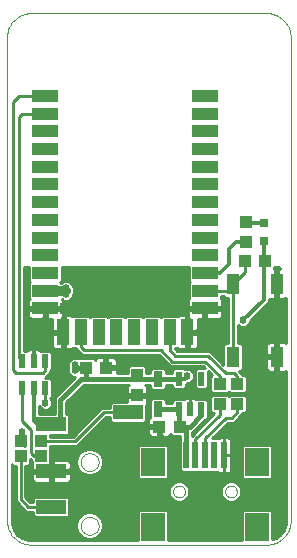
<source format=gtl>
G75*
G70*
%OFA0B0*%
%FSLAX24Y24*%
%IPPOS*%
%LPD*%
%AMOC8*
5,1,8,0,0,1.08239X$1,22.5*
%
%ADD10C,0.0000*%
%ADD11R,0.0433X0.0394*%
%ADD12R,0.0315X0.0315*%
%ADD13R,0.0433X0.0709*%
%ADD14R,0.0236X0.0472*%
%ADD15R,0.0984X0.0472*%
%ADD16R,0.0394X0.0433*%
%ADD17R,0.0860X0.0420*%
%ADD18R,0.0420X0.0860*%
%ADD19R,0.0787X0.0945*%
%ADD20R,0.0197X0.0909*%
%ADD21R,0.0217X0.0472*%
%ADD22R,0.0315X0.0531*%
%ADD23C,0.0100*%
%ADD24C,0.0246*%
%ADD25C,0.0160*%
%ADD26C,0.0120*%
%ADD27C,0.0320*%
D10*
X000944Y000912D02*
X008818Y000912D01*
X008818Y000913D02*
X008872Y000915D01*
X008925Y000920D01*
X008978Y000929D01*
X009030Y000942D01*
X009082Y000958D01*
X009132Y000978D01*
X009180Y001001D01*
X009227Y001028D01*
X009272Y001057D01*
X009315Y001090D01*
X009355Y001125D01*
X009393Y001163D01*
X009428Y001203D01*
X009461Y001246D01*
X009490Y001291D01*
X009517Y001338D01*
X009540Y001386D01*
X009560Y001436D01*
X009576Y001488D01*
X009589Y001540D01*
X009598Y001593D01*
X009603Y001646D01*
X009605Y001700D01*
X009605Y017842D01*
X009603Y017896D01*
X009598Y017949D01*
X009589Y018002D01*
X009576Y018054D01*
X009560Y018106D01*
X009540Y018156D01*
X009517Y018204D01*
X009490Y018251D01*
X009461Y018296D01*
X009428Y018339D01*
X009393Y018379D01*
X009355Y018417D01*
X009315Y018452D01*
X009272Y018485D01*
X009227Y018514D01*
X009180Y018541D01*
X009132Y018564D01*
X009082Y018584D01*
X009030Y018600D01*
X008978Y018613D01*
X008925Y018622D01*
X008872Y018627D01*
X008818Y018629D01*
X000944Y018629D01*
X000890Y018627D01*
X000837Y018622D01*
X000784Y018613D01*
X000732Y018600D01*
X000680Y018584D01*
X000630Y018564D01*
X000582Y018541D01*
X000535Y018514D01*
X000490Y018485D01*
X000447Y018452D01*
X000407Y018417D01*
X000369Y018379D01*
X000334Y018339D01*
X000301Y018296D01*
X000272Y018251D01*
X000245Y018204D01*
X000222Y018156D01*
X000202Y018106D01*
X000186Y018054D01*
X000173Y018002D01*
X000164Y017949D01*
X000159Y017896D01*
X000157Y017842D01*
X000156Y017842D02*
X000156Y001700D01*
X000157Y001700D02*
X000159Y001646D01*
X000164Y001593D01*
X000173Y001540D01*
X000186Y001488D01*
X000202Y001436D01*
X000222Y001386D01*
X000245Y001338D01*
X000272Y001291D01*
X000301Y001246D01*
X000334Y001203D01*
X000369Y001163D01*
X000407Y001125D01*
X000447Y001090D01*
X000490Y001057D01*
X000535Y001028D01*
X000582Y001001D01*
X000630Y000978D01*
X000680Y000958D01*
X000732Y000942D01*
X000784Y000929D01*
X000837Y000920D01*
X000890Y000915D01*
X000944Y000913D01*
X002617Y001542D02*
X002619Y001576D01*
X002625Y001610D01*
X002635Y001643D01*
X002648Y001674D01*
X002666Y001704D01*
X002686Y001732D01*
X002710Y001757D01*
X002736Y001779D01*
X002764Y001797D01*
X002795Y001813D01*
X002827Y001825D01*
X002861Y001833D01*
X002895Y001837D01*
X002929Y001837D01*
X002963Y001833D01*
X002997Y001825D01*
X003029Y001813D01*
X003059Y001797D01*
X003088Y001779D01*
X003114Y001757D01*
X003138Y001732D01*
X003158Y001704D01*
X003176Y001674D01*
X003189Y001643D01*
X003199Y001610D01*
X003205Y001576D01*
X003207Y001542D01*
X003205Y001508D01*
X003199Y001474D01*
X003189Y001441D01*
X003176Y001410D01*
X003158Y001380D01*
X003138Y001352D01*
X003114Y001327D01*
X003088Y001305D01*
X003060Y001287D01*
X003029Y001271D01*
X002997Y001259D01*
X002963Y001251D01*
X002929Y001247D01*
X002895Y001247D01*
X002861Y001251D01*
X002827Y001259D01*
X002795Y001271D01*
X002764Y001287D01*
X002736Y001305D01*
X002710Y001327D01*
X002686Y001352D01*
X002666Y001380D01*
X002648Y001410D01*
X002635Y001441D01*
X002625Y001474D01*
X002619Y001508D01*
X002617Y001542D01*
X002617Y003668D02*
X002619Y003702D01*
X002625Y003736D01*
X002635Y003769D01*
X002648Y003800D01*
X002666Y003830D01*
X002686Y003858D01*
X002710Y003883D01*
X002736Y003905D01*
X002764Y003923D01*
X002795Y003939D01*
X002827Y003951D01*
X002861Y003959D01*
X002895Y003963D01*
X002929Y003963D01*
X002963Y003959D01*
X002997Y003951D01*
X003029Y003939D01*
X003059Y003923D01*
X003088Y003905D01*
X003114Y003883D01*
X003138Y003858D01*
X003158Y003830D01*
X003176Y003800D01*
X003189Y003769D01*
X003199Y003736D01*
X003205Y003702D01*
X003207Y003668D01*
X003205Y003634D01*
X003199Y003600D01*
X003189Y003567D01*
X003176Y003536D01*
X003158Y003506D01*
X003138Y003478D01*
X003114Y003453D01*
X003088Y003431D01*
X003060Y003413D01*
X003029Y003397D01*
X002997Y003385D01*
X002963Y003377D01*
X002929Y003373D01*
X002895Y003373D01*
X002861Y003377D01*
X002827Y003385D01*
X002795Y003397D01*
X002764Y003413D01*
X002736Y003431D01*
X002710Y003453D01*
X002686Y003478D01*
X002666Y003506D01*
X002648Y003536D01*
X002635Y003567D01*
X002625Y003600D01*
X002619Y003634D01*
X002617Y003668D01*
X005688Y002684D02*
X005690Y002711D01*
X005696Y002738D01*
X005705Y002764D01*
X005718Y002788D01*
X005734Y002811D01*
X005753Y002830D01*
X005775Y002847D01*
X005799Y002861D01*
X005824Y002871D01*
X005851Y002878D01*
X005878Y002881D01*
X005906Y002880D01*
X005933Y002875D01*
X005959Y002867D01*
X005983Y002855D01*
X006006Y002839D01*
X006027Y002821D01*
X006044Y002800D01*
X006059Y002776D01*
X006070Y002751D01*
X006078Y002725D01*
X006082Y002698D01*
X006082Y002670D01*
X006078Y002643D01*
X006070Y002617D01*
X006059Y002592D01*
X006044Y002568D01*
X006027Y002547D01*
X006006Y002529D01*
X005984Y002513D01*
X005959Y002501D01*
X005933Y002493D01*
X005906Y002488D01*
X005878Y002487D01*
X005851Y002490D01*
X005824Y002497D01*
X005799Y002507D01*
X005775Y002521D01*
X005753Y002538D01*
X005734Y002557D01*
X005718Y002580D01*
X005705Y002604D01*
X005696Y002630D01*
X005690Y002657D01*
X005688Y002684D01*
X007420Y002684D02*
X007422Y002711D01*
X007428Y002738D01*
X007437Y002764D01*
X007450Y002788D01*
X007466Y002811D01*
X007485Y002830D01*
X007507Y002847D01*
X007531Y002861D01*
X007556Y002871D01*
X007583Y002878D01*
X007610Y002881D01*
X007638Y002880D01*
X007665Y002875D01*
X007691Y002867D01*
X007715Y002855D01*
X007738Y002839D01*
X007759Y002821D01*
X007776Y002800D01*
X007791Y002776D01*
X007802Y002751D01*
X007810Y002725D01*
X007814Y002698D01*
X007814Y002670D01*
X007810Y002643D01*
X007802Y002617D01*
X007791Y002592D01*
X007776Y002568D01*
X007759Y002547D01*
X007738Y002529D01*
X007716Y002513D01*
X007691Y002501D01*
X007665Y002493D01*
X007638Y002488D01*
X007610Y002487D01*
X007583Y002490D01*
X007556Y002497D01*
X007531Y002507D01*
X007507Y002521D01*
X007485Y002538D01*
X007466Y002557D01*
X007450Y002580D01*
X007437Y002604D01*
X007428Y002630D01*
X007422Y002657D01*
X007420Y002684D01*
D11*
X007243Y005597D03*
X007243Y006267D03*
X007833Y006267D03*
X007833Y005597D03*
X005904Y004849D03*
X005235Y004849D03*
X003444Y006818D03*
X002774Y006818D03*
X008129Y011011D03*
X008129Y011680D03*
D12*
X008719Y011641D03*
X008719Y011050D03*
D13*
X009152Y009613D03*
X009152Y007172D03*
X007696Y007172D03*
X007696Y009613D03*
D14*
X001416Y007034D03*
X001042Y007034D03*
X000668Y007034D03*
X000668Y006129D03*
X001042Y006129D03*
X001416Y006129D03*
D15*
X001633Y004928D03*
X001633Y003353D03*
X001633Y002172D03*
X004192Y005322D03*
D16*
X004487Y005893D03*
X004487Y006562D03*
X001278Y004357D03*
X001278Y003865D03*
X000609Y003865D03*
X000609Y004357D03*
X008089Y010361D03*
X008759Y010361D03*
D17*
X006751Y010558D03*
X006751Y009968D03*
X006751Y009377D03*
X006751Y008786D03*
X006751Y011149D03*
X006751Y011739D03*
X006751Y012330D03*
X006751Y012920D03*
X006751Y013511D03*
X006751Y014101D03*
X006751Y014692D03*
X006751Y015282D03*
X006751Y015873D03*
X001436Y015873D03*
X001436Y015282D03*
X001436Y014692D03*
X001436Y014101D03*
X001436Y013511D03*
X001436Y012920D03*
X001436Y012330D03*
X001436Y011739D03*
X001436Y011149D03*
X001436Y010558D03*
X001436Y009968D03*
X001436Y009377D03*
X001436Y008786D03*
D18*
X002026Y007999D03*
X002617Y007999D03*
X003207Y007999D03*
X003798Y007999D03*
X004389Y007999D03*
X004979Y007999D03*
X005570Y007999D03*
X006160Y007999D03*
D19*
X005019Y003668D03*
X005019Y001503D03*
X008483Y001503D03*
X008483Y003668D03*
D20*
X007381Y003890D03*
X007066Y003890D03*
X006751Y003890D03*
X006436Y003890D03*
X006121Y003890D03*
D21*
X006259Y005420D03*
X006633Y005420D03*
X006633Y006444D03*
X005885Y006444D03*
X005885Y005420D03*
D22*
X005176Y005432D03*
X005176Y006432D03*
D23*
X000654Y001132D02*
X000493Y001249D01*
X000376Y001410D01*
X000314Y001600D01*
X000306Y001700D01*
X000306Y003599D01*
X000367Y003539D01*
X000449Y003539D01*
X000449Y002362D01*
X000543Y002268D01*
X000799Y002012D01*
X001031Y002012D01*
X001031Y001890D01*
X001095Y001826D01*
X002170Y001826D01*
X002235Y001890D01*
X002235Y002454D01*
X002170Y002518D01*
X001095Y002518D01*
X001031Y002454D01*
X001031Y002332D01*
X000931Y002332D01*
X000769Y002494D01*
X000769Y003539D01*
X000851Y003539D01*
X000916Y003603D01*
X000916Y003765D01*
X000971Y003710D01*
X000971Y003603D01*
X000991Y003584D01*
X000991Y003403D01*
X001583Y003403D01*
X001583Y003303D01*
X001683Y003303D01*
X001683Y003403D01*
X002275Y003403D01*
X002275Y003609D01*
X002265Y003647D01*
X002245Y003682D01*
X002217Y003710D01*
X002183Y003729D01*
X002145Y003740D01*
X001683Y003740D01*
X001683Y003403D01*
X001583Y003403D01*
X001583Y003601D01*
X001585Y003603D01*
X001585Y004197D01*
X002486Y004197D01*
X003451Y005162D01*
X003590Y005162D01*
X003590Y005040D01*
X003654Y004976D01*
X004729Y004976D01*
X004794Y005040D01*
X004794Y005574D01*
X004804Y005584D01*
X004824Y005618D01*
X004834Y005656D01*
X004834Y005844D01*
X004535Y005844D01*
X004535Y005941D01*
X004834Y005941D01*
X004834Y006129D01*
X004824Y006167D01*
X004804Y006201D01*
X004776Y006229D01*
X004754Y006242D01*
X004909Y006242D01*
X004909Y006121D01*
X004973Y006056D01*
X005379Y006056D01*
X005443Y006121D01*
X005443Y006242D01*
X005666Y006242D01*
X005666Y006162D01*
X005731Y006098D01*
X006038Y006098D01*
X006103Y006162D01*
X006103Y006274D01*
X006152Y006274D01*
X006168Y006290D01*
X006257Y006290D01*
X006393Y006426D01*
X006393Y006619D01*
X006257Y006756D01*
X006073Y006756D01*
X006038Y006790D01*
X005731Y006790D01*
X005666Y006726D01*
X005666Y006634D01*
X005570Y006634D01*
X005558Y006622D01*
X005443Y006622D01*
X005443Y006743D01*
X005379Y006808D01*
X004973Y006808D01*
X004909Y006743D01*
X004909Y006622D01*
X004794Y006622D01*
X004794Y006824D01*
X004729Y006889D01*
X004245Y006889D01*
X004180Y006824D01*
X004180Y006622D01*
X003810Y006622D01*
X003810Y006769D01*
X003492Y006769D01*
X003492Y006866D01*
X003810Y006866D01*
X003810Y007035D01*
X003800Y007073D01*
X003780Y007107D01*
X003752Y007135D01*
X003718Y007155D01*
X003680Y007165D01*
X003492Y007165D01*
X003492Y006866D01*
X003395Y006866D01*
X003395Y007165D01*
X003207Y007165D01*
X003169Y007155D01*
X003135Y007135D01*
X003107Y007107D01*
X003088Y007073D01*
X003037Y007125D01*
X002541Y007125D01*
X002517Y007149D01*
X002324Y007149D01*
X002187Y007013D01*
X002187Y006820D01*
X002189Y006818D01*
X002187Y006816D01*
X002187Y006623D01*
X002324Y006486D01*
X002411Y006486D01*
X001849Y005925D01*
X001738Y005814D01*
X001738Y005274D01*
X001212Y005274D01*
X001212Y005531D01*
X001339Y005404D01*
X001532Y005404D01*
X001669Y005540D01*
X001669Y005733D01*
X001600Y005803D01*
X001644Y005847D01*
X001644Y006411D01*
X001580Y006475D01*
X001418Y006475D01*
X001508Y006565D01*
X001516Y006566D01*
X001554Y006611D01*
X001596Y006653D01*
X001596Y006662D01*
X001601Y006668D01*
X001598Y006706D01*
X001644Y006753D01*
X001644Y007316D01*
X001580Y007381D01*
X001262Y007381D01*
X001252Y007391D01*
X001218Y007410D01*
X001180Y007421D01*
X001051Y007421D01*
X001051Y007044D01*
X001033Y007044D01*
X001033Y007421D01*
X000904Y007421D01*
X000866Y007410D01*
X000832Y007391D01*
X000822Y007381D01*
X000710Y007381D01*
X000710Y010164D01*
X000896Y010164D01*
X000896Y009712D01*
X000936Y009672D01*
X000896Y009633D01*
X000896Y009121D01*
X000907Y009110D01*
X000886Y009089D01*
X000866Y009054D01*
X000856Y009016D01*
X000856Y008836D01*
X001386Y008836D01*
X001386Y008736D01*
X001486Y008736D01*
X001486Y008426D01*
X001666Y008426D01*
X001666Y008049D01*
X001976Y008049D01*
X001976Y007949D01*
X001666Y007949D01*
X001666Y007549D01*
X001677Y007511D01*
X001696Y007477D01*
X001724Y007449D01*
X001758Y007429D01*
X001797Y007419D01*
X001976Y007419D01*
X001976Y007949D01*
X002076Y007949D01*
X002076Y007419D01*
X002256Y007419D01*
X002294Y007429D01*
X002328Y007449D01*
X002350Y007470D01*
X002361Y007459D01*
X002457Y007459D01*
X002457Y007441D01*
X002551Y007347D01*
X002649Y007248D01*
X005208Y007248D01*
X005602Y006855D01*
X006685Y006855D01*
X006749Y006790D01*
X006479Y006790D01*
X006414Y006726D01*
X006414Y006162D01*
X006479Y006098D01*
X006787Y006098D01*
X006851Y006162D01*
X006851Y006688D01*
X006973Y006566D01*
X006916Y006509D01*
X006916Y006024D01*
X006981Y005960D01*
X007505Y005960D01*
X007538Y005993D01*
X007571Y005960D01*
X008096Y005960D01*
X008160Y006024D01*
X008160Y006509D01*
X008096Y006574D01*
X007993Y006574D01*
X007993Y006589D01*
X007900Y006683D01*
X007874Y006708D01*
X007958Y006708D01*
X008022Y006772D01*
X008022Y007572D01*
X007958Y007637D01*
X007856Y007637D01*
X007856Y008238D01*
X007934Y008160D01*
X008127Y008160D01*
X008263Y008296D01*
X008263Y008385D01*
X008790Y008912D01*
X008889Y009011D01*
X008889Y009116D01*
X008916Y009109D01*
X009102Y009109D01*
X009102Y009563D01*
X009202Y009563D01*
X009202Y009109D01*
X009389Y009109D01*
X009427Y009119D01*
X009455Y009135D01*
X009455Y007650D01*
X009427Y007666D01*
X009389Y007677D01*
X009202Y007677D01*
X009202Y007222D01*
X009102Y007222D01*
X009102Y007122D01*
X008786Y007122D01*
X008786Y006798D01*
X008796Y006760D01*
X008816Y006726D01*
X008844Y006698D01*
X008878Y006678D01*
X008916Y006668D01*
X009102Y006668D01*
X009102Y007122D01*
X009202Y007122D01*
X009202Y006668D01*
X009389Y006668D01*
X009427Y006678D01*
X009455Y006694D01*
X009455Y001700D01*
X009447Y001600D01*
X009386Y001410D01*
X009268Y001249D01*
X009107Y001132D01*
X008987Y001093D01*
X008987Y002021D01*
X008922Y002085D01*
X008044Y002085D01*
X007979Y002021D01*
X007979Y001062D01*
X005522Y001062D01*
X005522Y002021D01*
X005458Y002085D01*
X004579Y002085D01*
X004515Y002021D01*
X004515Y001062D01*
X000944Y001062D01*
X000844Y001070D01*
X000654Y001132D01*
X000723Y001109D02*
X002794Y001109D01*
X002824Y001097D02*
X003001Y001097D01*
X003164Y001165D01*
X003290Y001290D01*
X003357Y001454D01*
X003357Y001631D01*
X003290Y001795D01*
X003164Y001920D01*
X003001Y001988D01*
X002824Y001988D01*
X002660Y001920D01*
X002535Y001795D01*
X002467Y001631D01*
X002467Y001454D01*
X002535Y001290D01*
X002660Y001165D01*
X002824Y001097D01*
X002617Y001208D02*
X000550Y001208D01*
X000451Y001306D02*
X002528Y001306D01*
X002487Y001405D02*
X000380Y001405D01*
X000346Y001503D02*
X002467Y001503D01*
X002467Y001602D02*
X000314Y001602D01*
X000306Y001700D02*
X002496Y001700D01*
X002539Y001799D02*
X000306Y001799D01*
X000306Y001897D02*
X001031Y001897D01*
X001031Y001996D02*
X000306Y001996D01*
X000306Y002094D02*
X000717Y002094D01*
X000618Y002193D02*
X000306Y002193D01*
X000306Y002291D02*
X000520Y002291D01*
X000449Y002390D02*
X000306Y002390D01*
X000306Y002488D02*
X000449Y002488D01*
X000449Y002587D02*
X000306Y002587D01*
X000306Y002685D02*
X000449Y002685D01*
X000449Y002784D02*
X000306Y002784D01*
X000306Y002882D02*
X000449Y002882D01*
X000449Y002981D02*
X000306Y002981D01*
X000306Y003079D02*
X000449Y003079D01*
X000449Y003178D02*
X000306Y003178D01*
X000306Y003276D02*
X000449Y003276D01*
X000449Y003375D02*
X000306Y003375D01*
X000306Y003473D02*
X000449Y003473D01*
X000333Y003572D02*
X000306Y003572D01*
X000609Y003865D02*
X000609Y002428D01*
X000865Y002172D01*
X001633Y002172D01*
X001683Y002967D02*
X002145Y002967D01*
X002183Y002977D01*
X002217Y002997D01*
X002245Y003025D01*
X002265Y003059D01*
X002275Y003097D01*
X002275Y003303D01*
X001683Y003303D01*
X001683Y002967D01*
X001683Y002981D02*
X001583Y002981D01*
X001583Y002967D02*
X001583Y003303D01*
X000991Y003303D01*
X000991Y003097D01*
X001001Y003059D01*
X001021Y003025D01*
X001048Y002997D01*
X001083Y002977D01*
X001121Y002967D01*
X001583Y002967D01*
X001583Y003079D02*
X001683Y003079D01*
X001683Y003178D02*
X001583Y003178D01*
X001583Y003276D02*
X001683Y003276D01*
X001683Y003375D02*
X002576Y003375D01*
X002535Y003416D02*
X002660Y003291D01*
X002824Y003223D01*
X003001Y003223D01*
X003164Y003291D01*
X003290Y003416D01*
X003357Y003580D01*
X003357Y003757D01*
X003290Y003921D01*
X003164Y004046D01*
X003001Y004114D01*
X002824Y004114D01*
X002660Y004046D01*
X002535Y003921D01*
X002467Y003757D01*
X002467Y003580D01*
X002535Y003416D01*
X002511Y003473D02*
X002275Y003473D01*
X002275Y003572D02*
X002470Y003572D01*
X002467Y003670D02*
X002251Y003670D01*
X002472Y003769D02*
X001585Y003769D01*
X001585Y003867D02*
X002513Y003867D01*
X002580Y003966D02*
X001585Y003966D01*
X001585Y004064D02*
X002705Y004064D01*
X002550Y004261D02*
X005912Y004261D01*
X005912Y004163D02*
X005522Y004163D01*
X005522Y004186D02*
X005458Y004251D01*
X004579Y004251D01*
X004515Y004186D01*
X004515Y003150D01*
X004579Y003086D01*
X005458Y003086D01*
X005522Y003150D01*
X005522Y004186D01*
X005522Y004064D02*
X005912Y004064D01*
X005912Y003966D02*
X005522Y003966D01*
X005522Y003867D02*
X005912Y003867D01*
X005912Y003769D02*
X005522Y003769D01*
X005522Y003670D02*
X005912Y003670D01*
X005912Y003572D02*
X005522Y003572D01*
X005522Y003473D02*
X005912Y003473D01*
X005912Y003390D02*
X005977Y003326D01*
X006265Y003326D01*
X006278Y003340D01*
X006292Y003326D01*
X006580Y003326D01*
X006593Y003340D01*
X006607Y003326D01*
X006895Y003326D01*
X006908Y003340D01*
X006922Y003326D01*
X007180Y003326D01*
X007190Y003316D01*
X007224Y003296D01*
X007263Y003286D01*
X007381Y003286D01*
X007499Y003286D01*
X007537Y003296D01*
X007571Y003316D01*
X007599Y003344D01*
X007619Y003378D01*
X007629Y003416D01*
X007629Y003890D01*
X007381Y003890D01*
X007381Y003286D01*
X007381Y003890D01*
X007381Y003890D01*
X007381Y003890D01*
X007629Y003890D01*
X007629Y004364D01*
X007619Y004403D01*
X007599Y004437D01*
X007571Y004465D01*
X007537Y004484D01*
X007499Y004495D01*
X007381Y004495D01*
X007381Y003890D01*
X007381Y003890D01*
X007381Y004495D01*
X007263Y004495D01*
X007224Y004484D01*
X007190Y004465D01*
X007180Y004455D01*
X006976Y004455D01*
X007506Y004985D01*
X007703Y004985D01*
X007900Y005182D01*
X007993Y005275D01*
X007993Y005291D01*
X008096Y005291D01*
X008160Y005355D01*
X008160Y005840D01*
X008096Y005904D01*
X007571Y005904D01*
X007538Y005871D01*
X007505Y005904D01*
X006981Y005904D01*
X006916Y005840D01*
X006916Y005355D01*
X006981Y005291D01*
X007064Y005291D01*
X006311Y004537D01*
X006311Y004659D01*
X006337Y004659D01*
X006449Y004771D01*
X006752Y005074D01*
X006787Y005074D01*
X006851Y005138D01*
X006851Y005702D01*
X006787Y005766D01*
X006479Y005766D01*
X006474Y005762D01*
X006459Y005776D01*
X006425Y005796D01*
X006387Y005806D01*
X006263Y005806D01*
X006263Y005424D01*
X006255Y005424D01*
X006255Y005806D01*
X006131Y005806D01*
X006092Y005796D01*
X006058Y005776D01*
X006043Y005762D01*
X006038Y005766D01*
X005731Y005766D01*
X005666Y005702D01*
X005666Y005622D01*
X005443Y005622D01*
X005443Y005743D01*
X005379Y005808D01*
X004973Y005808D01*
X004909Y005743D01*
X004909Y005148D01*
X004898Y005138D01*
X004879Y005104D01*
X004869Y005066D01*
X004869Y004898D01*
X005187Y004898D01*
X005187Y004801D01*
X005283Y004801D01*
X005283Y004503D01*
X005471Y004503D01*
X005509Y004513D01*
X005544Y004533D01*
X005572Y004560D01*
X005591Y004594D01*
X005642Y004543D01*
X005931Y004543D01*
X005931Y004409D01*
X005912Y004390D01*
X005912Y003390D01*
X005928Y003375D02*
X005522Y003375D01*
X005522Y003276D02*
X007979Y003276D01*
X007979Y003178D02*
X005522Y003178D01*
X005688Y002978D02*
X005591Y002881D01*
X005538Y002753D01*
X005538Y002615D01*
X005591Y002488D01*
X005688Y002390D01*
X005816Y002337D01*
X005954Y002337D01*
X006081Y002390D01*
X006179Y002488D01*
X007323Y002488D01*
X007420Y002390D01*
X007548Y002337D01*
X007686Y002337D01*
X007813Y002390D01*
X009455Y002390D01*
X009455Y002488D02*
X007911Y002488D01*
X007964Y002615D01*
X007964Y002753D01*
X007911Y002881D01*
X007813Y002978D01*
X007686Y003031D01*
X007548Y003031D01*
X007420Y002978D01*
X007323Y002881D01*
X007270Y002753D01*
X007270Y002615D01*
X007323Y002488D01*
X007282Y002587D02*
X006220Y002587D01*
X006231Y002615D02*
X006179Y002488D01*
X006231Y002615D02*
X006231Y002753D01*
X006179Y002881D01*
X006081Y002978D01*
X005954Y003031D01*
X005816Y003031D01*
X005688Y002978D01*
X005695Y002981D02*
X002189Y002981D01*
X002270Y003079D02*
X009455Y003079D01*
X009455Y002981D02*
X007807Y002981D01*
X007909Y002882D02*
X009455Y002882D01*
X009455Y002784D02*
X007951Y002784D01*
X007964Y002685D02*
X009455Y002685D01*
X009455Y002587D02*
X007952Y002587D01*
X007911Y002488D02*
X007813Y002390D01*
X007979Y001996D02*
X005522Y001996D01*
X005522Y001897D02*
X007979Y001897D01*
X007979Y001799D02*
X005522Y001799D01*
X005522Y001700D02*
X007979Y001700D01*
X007979Y001602D02*
X005522Y001602D01*
X005522Y001503D02*
X007979Y001503D01*
X007979Y001405D02*
X005522Y001405D01*
X005522Y001306D02*
X007979Y001306D01*
X007979Y001208D02*
X005522Y001208D01*
X005522Y001109D02*
X007979Y001109D01*
X007421Y002390D02*
X006081Y002390D01*
X006231Y002685D02*
X007270Y002685D01*
X007283Y002784D02*
X006219Y002784D01*
X006177Y002882D02*
X007325Y002882D01*
X007427Y002981D02*
X006074Y002981D01*
X005688Y002390D02*
X002235Y002390D01*
X002235Y002291D02*
X009455Y002291D01*
X009455Y002193D02*
X002235Y002193D01*
X002235Y002094D02*
X009455Y002094D01*
X009455Y001996D02*
X008987Y001996D01*
X008987Y001897D02*
X009455Y001897D01*
X009455Y001799D02*
X008987Y001799D01*
X008987Y001700D02*
X009455Y001700D01*
X009447Y001602D02*
X008987Y001602D01*
X008987Y001503D02*
X009416Y001503D01*
X009382Y001405D02*
X008987Y001405D01*
X008987Y001306D02*
X009310Y001306D01*
X009212Y001208D02*
X008987Y001208D01*
X008987Y001109D02*
X009038Y001109D01*
X008922Y003086D02*
X008044Y003086D01*
X007979Y003150D01*
X007979Y004186D01*
X008044Y004251D01*
X008922Y004251D01*
X008987Y004186D01*
X008987Y003150D01*
X008922Y003086D01*
X008987Y003178D02*
X009455Y003178D01*
X009455Y003276D02*
X008987Y003276D01*
X008987Y003375D02*
X009455Y003375D01*
X009455Y003473D02*
X008987Y003473D01*
X008987Y003572D02*
X009455Y003572D01*
X009455Y003670D02*
X008987Y003670D01*
X008987Y003769D02*
X009455Y003769D01*
X009455Y003867D02*
X008987Y003867D01*
X008987Y003966D02*
X009455Y003966D01*
X009455Y004064D02*
X008987Y004064D01*
X008987Y004163D02*
X009455Y004163D01*
X009455Y004261D02*
X007629Y004261D01*
X007629Y004163D02*
X007979Y004163D01*
X007979Y004064D02*
X007629Y004064D01*
X007629Y003966D02*
X007979Y003966D01*
X007979Y003867D02*
X007629Y003867D01*
X007629Y003769D02*
X007979Y003769D01*
X007979Y003670D02*
X007629Y003670D01*
X007629Y003572D02*
X007979Y003572D01*
X007979Y003473D02*
X007629Y003473D01*
X007617Y003375D02*
X007979Y003375D01*
X007381Y003375D02*
X007381Y003375D01*
X007381Y003473D02*
X007381Y003473D01*
X007381Y003572D02*
X007381Y003572D01*
X007381Y003670D02*
X007381Y003670D01*
X007381Y003769D02*
X007381Y003769D01*
X007381Y003867D02*
X007381Y003867D01*
X007381Y003966D02*
X007381Y003966D01*
X007381Y004064D02*
X007381Y004064D01*
X007381Y004163D02*
X007381Y004163D01*
X007381Y004261D02*
X007381Y004261D01*
X007381Y004360D02*
X007381Y004360D01*
X007381Y004458D02*
X007381Y004458D01*
X007578Y004458D02*
X009455Y004458D01*
X009455Y004360D02*
X007629Y004360D01*
X007374Y004852D02*
X009455Y004852D01*
X009455Y004754D02*
X007275Y004754D01*
X007177Y004655D02*
X009455Y004655D01*
X009455Y004557D02*
X007078Y004557D01*
X006980Y004458D02*
X007184Y004458D01*
X007472Y004951D02*
X009455Y004951D01*
X009455Y005049D02*
X007768Y005049D01*
X007866Y005148D02*
X009455Y005148D01*
X009455Y005246D02*
X007965Y005246D01*
X007833Y005342D02*
X007833Y005597D01*
X007833Y005342D02*
X007637Y005145D01*
X007440Y005145D01*
X006751Y004456D01*
X006751Y003890D01*
X006436Y003890D02*
X006436Y004436D01*
X007243Y005243D01*
X007243Y005637D01*
X006926Y005345D02*
X006851Y005345D01*
X006851Y005443D02*
X006916Y005443D01*
X006916Y005542D02*
X006851Y005542D01*
X006851Y005640D02*
X006916Y005640D01*
X006916Y005739D02*
X006814Y005739D01*
X006916Y005837D02*
X004834Y005837D01*
X004834Y005739D02*
X004909Y005739D01*
X004909Y005640D02*
X004830Y005640D01*
X004794Y005542D02*
X004909Y005542D01*
X004909Y005443D02*
X004794Y005443D01*
X004794Y005345D02*
X004909Y005345D01*
X004909Y005246D02*
X004794Y005246D01*
X004794Y005148D02*
X004908Y005148D01*
X004869Y005049D02*
X004794Y005049D01*
X004869Y004951D02*
X003240Y004951D01*
X003338Y005049D02*
X003590Y005049D01*
X003590Y005148D02*
X003437Y005148D01*
X003385Y005322D02*
X004192Y005322D01*
X004140Y005668D02*
X003654Y005668D01*
X003590Y005604D01*
X003590Y005482D01*
X003318Y005482D01*
X003225Y005388D01*
X002354Y004517D01*
X001585Y004517D01*
X001585Y004582D01*
X002170Y004582D01*
X002235Y004646D01*
X002235Y005210D01*
X002170Y005274D01*
X002118Y005274D01*
X002118Y005657D01*
X002704Y006242D01*
X004220Y006242D01*
X004198Y006229D01*
X004170Y006201D01*
X004150Y006167D01*
X004140Y006129D01*
X004140Y005941D01*
X004439Y005941D01*
X004439Y005844D01*
X004140Y005844D01*
X004140Y005668D01*
X004140Y005739D02*
X002200Y005739D01*
X002118Y005640D02*
X003626Y005640D01*
X003590Y005542D02*
X002118Y005542D01*
X002118Y005443D02*
X003280Y005443D01*
X003181Y005345D02*
X002118Y005345D01*
X002198Y005246D02*
X003083Y005246D01*
X002984Y005148D02*
X002235Y005148D01*
X002235Y005049D02*
X002886Y005049D01*
X002787Y004951D02*
X002235Y004951D01*
X002235Y004852D02*
X002689Y004852D01*
X002590Y004754D02*
X002235Y004754D01*
X002235Y004655D02*
X002492Y004655D01*
X002393Y004557D02*
X001585Y004557D01*
X001585Y004163D02*
X004515Y004163D01*
X004515Y004064D02*
X003119Y004064D01*
X003244Y003966D02*
X004515Y003966D01*
X004515Y003867D02*
X003312Y003867D01*
X003352Y003769D02*
X004515Y003769D01*
X004515Y003670D02*
X003357Y003670D01*
X003354Y003572D02*
X004515Y003572D01*
X004515Y003473D02*
X003313Y003473D01*
X003249Y003375D02*
X004515Y003375D01*
X004515Y003276D02*
X003130Y003276D01*
X002695Y003276D02*
X002275Y003276D01*
X002275Y003178D02*
X004515Y003178D01*
X004515Y001996D02*
X002235Y001996D01*
X002235Y001897D02*
X002638Y001897D01*
X003187Y001897D02*
X004515Y001897D01*
X004515Y001799D02*
X003285Y001799D01*
X003329Y001700D02*
X004515Y001700D01*
X004515Y001602D02*
X003357Y001602D01*
X003357Y001503D02*
X004515Y001503D01*
X004515Y001405D02*
X003337Y001405D01*
X003296Y001306D02*
X004515Y001306D01*
X004515Y001208D02*
X003207Y001208D01*
X003031Y001109D02*
X004515Y001109D01*
X005549Y002587D02*
X000769Y002587D01*
X000769Y002685D02*
X005538Y002685D01*
X005551Y002784D02*
X000769Y002784D01*
X000769Y002882D02*
X005592Y002882D01*
X005590Y002488D02*
X002200Y002488D01*
X001683Y003473D02*
X001583Y003473D01*
X001583Y003375D02*
X000769Y003375D01*
X000769Y003473D02*
X000991Y003473D01*
X000991Y003572D02*
X000885Y003572D01*
X000916Y003670D02*
X000971Y003670D01*
X001042Y003865D02*
X001278Y003865D01*
X001042Y003865D02*
X000944Y003964D01*
X000944Y004751D01*
X000668Y005027D01*
X000668Y006129D01*
X000452Y006621D02*
X000353Y006719D01*
X000353Y015676D01*
X000550Y015873D01*
X001436Y015873D01*
X001436Y015282D02*
X000648Y015282D01*
X000550Y015184D01*
X000550Y007153D01*
X000668Y007034D01*
X000710Y007413D02*
X000877Y007413D01*
X000710Y007512D02*
X001676Y007512D01*
X001666Y007610D02*
X000710Y007610D01*
X000710Y007709D02*
X001666Y007709D01*
X001666Y007807D02*
X000710Y007807D01*
X000710Y007906D02*
X001666Y007906D01*
X001666Y008103D02*
X000710Y008103D01*
X000710Y008201D02*
X001666Y008201D01*
X001666Y008300D02*
X000710Y008300D01*
X000710Y008398D02*
X001666Y008398D01*
X001486Y008497D02*
X001386Y008497D01*
X001386Y008426D02*
X001386Y008736D01*
X000856Y008736D01*
X000856Y008557D01*
X000866Y008519D01*
X000886Y008484D01*
X000914Y008456D01*
X000948Y008437D01*
X000986Y008426D01*
X001386Y008426D01*
X001386Y008595D02*
X001486Y008595D01*
X001486Y008694D02*
X001386Y008694D01*
X001386Y008792D02*
X000710Y008792D01*
X000710Y008694D02*
X000856Y008694D01*
X000856Y008595D02*
X000710Y008595D01*
X000710Y008497D02*
X000879Y008497D01*
X000856Y008891D02*
X000710Y008891D01*
X000710Y008989D02*
X000856Y008989D01*
X000885Y009088D02*
X000710Y009088D01*
X000710Y009186D02*
X000896Y009186D01*
X000896Y009285D02*
X000710Y009285D01*
X000710Y009383D02*
X000896Y009383D01*
X000896Y009482D02*
X000710Y009482D01*
X000710Y009580D02*
X000896Y009580D01*
X000929Y009679D02*
X000710Y009679D01*
X000710Y009777D02*
X000896Y009777D01*
X000896Y009876D02*
X000710Y009876D01*
X000710Y009974D02*
X000896Y009974D01*
X000896Y010073D02*
X000710Y010073D01*
X001486Y008836D02*
X001486Y008736D01*
X002016Y008736D01*
X002016Y008557D01*
X002006Y008519D01*
X001986Y008484D01*
X001976Y008475D01*
X001976Y008049D01*
X002076Y008049D01*
X002076Y008579D01*
X002256Y008579D01*
X002294Y008569D01*
X002328Y008549D01*
X002350Y008528D01*
X002361Y008539D01*
X002872Y008539D01*
X002912Y008499D01*
X002952Y008539D01*
X003463Y008539D01*
X003503Y008499D01*
X003542Y008539D01*
X004054Y008539D01*
X004093Y008499D01*
X004133Y008539D01*
X004644Y008539D01*
X004684Y008499D01*
X004724Y008539D01*
X005235Y008539D01*
X005274Y008499D01*
X005314Y008539D01*
X005825Y008539D01*
X005837Y008528D01*
X005858Y008549D01*
X005892Y008569D01*
X005930Y008579D01*
X006110Y008579D01*
X006110Y008049D01*
X006210Y008049D01*
X006210Y008475D01*
X006201Y008484D01*
X006181Y008519D01*
X006171Y008557D01*
X006171Y008736D01*
X006701Y008736D01*
X006801Y008736D01*
X006801Y008426D01*
X007201Y008426D01*
X007239Y008437D01*
X007273Y008456D01*
X007301Y008484D01*
X007321Y008519D01*
X007331Y008557D01*
X007331Y008736D01*
X006801Y008736D01*
X006801Y008836D01*
X007331Y008836D01*
X007331Y009016D01*
X007321Y009054D01*
X007301Y009089D01*
X007279Y009110D01*
X007291Y009121D01*
X007291Y009217D01*
X007369Y009217D01*
X007369Y009213D01*
X007434Y009149D01*
X007536Y009149D01*
X007536Y007637D01*
X007434Y007637D01*
X007369Y007572D01*
X007369Y006918D01*
X007009Y007278D01*
X006915Y007372D01*
X005833Y007372D01*
X005745Y007459D01*
X005825Y007459D01*
X005837Y007470D01*
X005858Y007449D01*
X005892Y007429D01*
X005930Y007419D01*
X006110Y007419D01*
X006110Y007949D01*
X006210Y007949D01*
X006210Y007419D01*
X006390Y007419D01*
X006428Y007429D01*
X006462Y007449D01*
X006490Y007477D01*
X006510Y007511D01*
X006520Y007549D01*
X006520Y007949D01*
X006210Y007949D01*
X006210Y008049D01*
X006520Y008049D01*
X006520Y008426D01*
X006701Y008426D01*
X006701Y008736D01*
X006701Y008836D01*
X006171Y008836D01*
X006171Y009016D01*
X006181Y009054D01*
X006201Y009089D01*
X006222Y009110D01*
X006211Y009121D01*
X006211Y009633D01*
X006250Y009672D01*
X006211Y009712D01*
X006211Y010164D01*
X001976Y010164D01*
X001976Y009712D01*
X001936Y009672D01*
X001961Y009647D01*
X001967Y009647D01*
X002028Y009708D01*
X002221Y009708D01*
X002358Y009572D01*
X002358Y009520D01*
X002395Y009431D01*
X002395Y009323D01*
X002358Y009234D01*
X002358Y009182D01*
X002221Y009046D01*
X002028Y009046D01*
X001987Y009087D01*
X002006Y009054D01*
X002016Y009016D01*
X002016Y008836D01*
X001486Y008836D01*
X001486Y008792D02*
X006701Y008792D01*
X006701Y008694D02*
X006801Y008694D01*
X006801Y008792D02*
X007536Y008792D01*
X007536Y008694D02*
X007331Y008694D01*
X007331Y008595D02*
X007536Y008595D01*
X007536Y008497D02*
X007308Y008497D01*
X007331Y008891D02*
X007536Y008891D01*
X007536Y008989D02*
X007331Y008989D01*
X007301Y009088D02*
X007536Y009088D01*
X007637Y009377D02*
X006751Y009377D01*
X006701Y008595D02*
X006801Y008595D01*
X006801Y008497D02*
X006701Y008497D01*
X006520Y008398D02*
X007536Y008398D01*
X007536Y008300D02*
X006520Y008300D01*
X006520Y008201D02*
X007536Y008201D01*
X007536Y008103D02*
X006520Y008103D01*
X006520Y007906D02*
X007536Y007906D01*
X007536Y008004D02*
X006210Y008004D01*
X006210Y007906D02*
X006110Y007906D01*
X006110Y007807D02*
X006210Y007807D01*
X006210Y007709D02*
X006110Y007709D01*
X006110Y007610D02*
X006210Y007610D01*
X006210Y007512D02*
X006110Y007512D01*
X005791Y007413D02*
X007369Y007413D01*
X007369Y007315D02*
X006972Y007315D01*
X007009Y007278D02*
X007009Y007278D01*
X007071Y007216D02*
X007369Y007216D01*
X007369Y007118D02*
X007169Y007118D01*
X007268Y007019D02*
X007369Y007019D01*
X007366Y006921D02*
X007369Y006921D01*
X007440Y006621D02*
X007735Y006621D01*
X007833Y006523D01*
X007833Y006267D01*
X007957Y006625D02*
X009455Y006625D01*
X009455Y006527D02*
X008142Y006527D01*
X008160Y006428D02*
X009455Y006428D01*
X009455Y006330D02*
X008160Y006330D01*
X008160Y006231D02*
X009455Y006231D01*
X009455Y006133D02*
X008160Y006133D01*
X008160Y006034D02*
X009455Y006034D01*
X009455Y005936D02*
X004535Y005936D01*
X004439Y005936D02*
X002397Y005936D01*
X002299Y005837D02*
X004140Y005837D01*
X004140Y006034D02*
X002496Y006034D01*
X002594Y006133D02*
X004141Y006133D01*
X004202Y006231D02*
X002693Y006231D01*
X002352Y006428D02*
X001627Y006428D01*
X001644Y006330D02*
X002254Y006330D01*
X002155Y006231D02*
X001644Y006231D01*
X001644Y006133D02*
X002057Y006133D01*
X001958Y006034D02*
X001644Y006034D01*
X001644Y005936D02*
X001860Y005936D01*
X001761Y005837D02*
X001635Y005837D01*
X001663Y005739D02*
X001738Y005739D01*
X001738Y005640D02*
X001669Y005640D01*
X001669Y005542D02*
X001738Y005542D01*
X001738Y005443D02*
X001572Y005443D01*
X001738Y005345D02*
X001212Y005345D01*
X001212Y005443D02*
X001300Y005443D01*
X001436Y005637D02*
X001416Y005656D01*
X001416Y006129D01*
X001470Y006527D02*
X002283Y006527D01*
X002187Y006625D02*
X001568Y006625D01*
X001616Y006724D02*
X002187Y006724D01*
X002187Y006822D02*
X001644Y006822D01*
X001644Y006921D02*
X002187Y006921D01*
X002194Y007019D02*
X001644Y007019D01*
X001644Y007118D02*
X002292Y007118D01*
X002484Y007413D02*
X001207Y007413D01*
X001051Y007413D02*
X001033Y007413D01*
X001033Y007315D02*
X001051Y007315D01*
X001051Y007216D02*
X001033Y007216D01*
X001033Y007118D02*
X001051Y007118D01*
X001436Y006719D02*
X001337Y006621D01*
X000452Y006621D01*
X000710Y008004D02*
X001976Y008004D01*
X001976Y007906D02*
X002076Y007906D01*
X002076Y007807D02*
X001976Y007807D01*
X001976Y007709D02*
X002076Y007709D01*
X002076Y007610D02*
X001976Y007610D01*
X001976Y007512D02*
X002076Y007512D01*
X002076Y008103D02*
X001976Y008103D01*
X001976Y008201D02*
X002076Y008201D01*
X002076Y008300D02*
X001976Y008300D01*
X001976Y008398D02*
X002076Y008398D01*
X002076Y008497D02*
X001993Y008497D01*
X002016Y008595D02*
X006171Y008595D01*
X006171Y008694D02*
X002016Y008694D01*
X002016Y008891D02*
X006171Y008891D01*
X006171Y008989D02*
X002016Y008989D01*
X002264Y009088D02*
X006200Y009088D01*
X006211Y009186D02*
X002358Y009186D01*
X002379Y009285D02*
X006211Y009285D01*
X006211Y009383D02*
X002395Y009383D01*
X002374Y009482D02*
X006211Y009482D01*
X006211Y009580D02*
X002349Y009580D01*
X002251Y009679D02*
X006244Y009679D01*
X006211Y009777D02*
X001976Y009777D01*
X001976Y009876D02*
X006211Y009876D01*
X006211Y009974D02*
X001976Y009974D01*
X001976Y010073D02*
X006211Y010073D01*
X006193Y008497D02*
X006110Y008497D01*
X006110Y008398D02*
X006210Y008398D01*
X006210Y008300D02*
X006110Y008300D01*
X006110Y008201D02*
X006210Y008201D01*
X006210Y008103D02*
X006110Y008103D01*
X006520Y007807D02*
X007536Y007807D01*
X007536Y007709D02*
X006520Y007709D01*
X006520Y007610D02*
X007407Y007610D01*
X007369Y007512D02*
X006510Y007512D01*
X006751Y007015D02*
X005668Y007015D01*
X005274Y007408D01*
X002715Y007408D01*
X002617Y007507D01*
X002617Y007999D01*
X002583Y007315D02*
X001644Y007315D01*
X001644Y007216D02*
X005240Y007216D01*
X005339Y007118D02*
X003769Y007118D01*
X003810Y007019D02*
X005437Y007019D01*
X005536Y006921D02*
X003810Y006921D01*
X003810Y006724D02*
X004180Y006724D01*
X004180Y006822D02*
X003492Y006822D01*
X003492Y006921D02*
X003395Y006921D01*
X003395Y007019D02*
X003492Y007019D01*
X003492Y007118D02*
X003395Y007118D01*
X003118Y007118D02*
X003043Y007118D01*
X003810Y006625D02*
X004180Y006625D01*
X004772Y006231D02*
X004909Y006231D01*
X004909Y006133D02*
X004833Y006133D01*
X004834Y006034D02*
X006916Y006034D01*
X006916Y006133D02*
X006822Y006133D01*
X006851Y006231D02*
X006916Y006231D01*
X006916Y006330D02*
X006851Y006330D01*
X006851Y006428D02*
X006916Y006428D01*
X006934Y006527D02*
X006851Y006527D01*
X006851Y006625D02*
X006914Y006625D01*
X006717Y006822D02*
X004794Y006822D01*
X004794Y006724D02*
X004909Y006724D01*
X004909Y006625D02*
X004794Y006625D01*
X005443Y006625D02*
X005561Y006625D01*
X005666Y006724D02*
X005443Y006724D01*
X005443Y006231D02*
X005666Y006231D01*
X005696Y006133D02*
X005443Y006133D01*
X005443Y005739D02*
X005703Y005739D01*
X005666Y005640D02*
X005443Y005640D01*
X005187Y004852D02*
X003141Y004852D01*
X003043Y004754D02*
X004869Y004754D01*
X004869Y004801D02*
X004869Y004633D01*
X004879Y004595D01*
X004898Y004560D01*
X004926Y004533D01*
X004961Y004513D01*
X004999Y004503D01*
X005187Y004503D01*
X005187Y004801D01*
X004869Y004801D01*
X004869Y004655D02*
X002944Y004655D01*
X002846Y004557D02*
X004902Y004557D01*
X005187Y004557D02*
X005283Y004557D01*
X005283Y004655D02*
X005187Y004655D01*
X005187Y004754D02*
X005283Y004754D01*
X005568Y004557D02*
X005628Y004557D01*
X005931Y004458D02*
X002747Y004458D01*
X002649Y004360D02*
X005912Y004360D01*
X006311Y004557D02*
X006330Y004557D01*
X006311Y004655D02*
X006429Y004655D01*
X006432Y004754D02*
X006527Y004754D01*
X006530Y004852D02*
X006626Y004852D01*
X006629Y004951D02*
X006724Y004951D01*
X006727Y005049D02*
X006823Y005049D01*
X006851Y005148D02*
X006921Y005148D01*
X006851Y005246D02*
X007020Y005246D01*
X006444Y006133D02*
X006074Y006133D01*
X006103Y006231D02*
X006414Y006231D01*
X006414Y006330D02*
X006297Y006330D01*
X006393Y006428D02*
X006414Y006428D01*
X006414Y006527D02*
X006393Y006527D01*
X006387Y006625D02*
X006414Y006625D01*
X006414Y006724D02*
X006288Y006724D01*
X006751Y007015D02*
X007243Y006523D01*
X007243Y006267D01*
X007440Y006621D02*
X006849Y007212D01*
X005767Y007212D01*
X005570Y007408D01*
X005570Y007999D01*
X006255Y005739D02*
X006263Y005739D01*
X006255Y005640D02*
X006263Y005640D01*
X006255Y005542D02*
X006263Y005542D01*
X006255Y005443D02*
X006263Y005443D01*
X007696Y007172D02*
X007696Y009613D01*
X008089Y010007D01*
X008089Y010361D01*
X007396Y009186D02*
X007291Y009186D01*
X007856Y008201D02*
X007892Y008201D01*
X007856Y008103D02*
X009455Y008103D01*
X009455Y008201D02*
X008169Y008201D01*
X008263Y008300D02*
X009455Y008300D01*
X009455Y008398D02*
X008276Y008398D01*
X008375Y008497D02*
X009455Y008497D01*
X009455Y008595D02*
X008473Y008595D01*
X008572Y008694D02*
X009455Y008694D01*
X009455Y008792D02*
X008670Y008792D01*
X008769Y008891D02*
X009455Y008891D01*
X009455Y008989D02*
X008867Y008989D01*
X008889Y009088D02*
X009455Y009088D01*
X009202Y009186D02*
X009102Y009186D01*
X009102Y009285D02*
X009202Y009285D01*
X009202Y009383D02*
X009102Y009383D01*
X009102Y009482D02*
X009202Y009482D01*
X009202Y009663D02*
X009102Y009663D01*
X009102Y010118D01*
X009066Y010118D01*
X009066Y010164D01*
X009211Y010164D01*
X009258Y010118D01*
X009202Y010118D01*
X009202Y009663D01*
X009202Y009679D02*
X009102Y009679D01*
X009102Y009777D02*
X009202Y009777D01*
X009202Y009876D02*
X009102Y009876D01*
X009102Y009974D02*
X009202Y009974D01*
X009202Y010073D02*
X009102Y010073D01*
X009455Y008004D02*
X007856Y008004D01*
X007856Y007906D02*
X009455Y007906D01*
X009455Y007807D02*
X007856Y007807D01*
X007856Y007709D02*
X009455Y007709D01*
X009202Y007610D02*
X009102Y007610D01*
X009102Y007677D02*
X008916Y007677D01*
X008878Y007666D01*
X008844Y007647D01*
X008816Y007619D01*
X008796Y007584D01*
X008786Y007546D01*
X008786Y007222D01*
X009102Y007222D01*
X009102Y007677D01*
X009102Y007512D02*
X009202Y007512D01*
X009202Y007413D02*
X009102Y007413D01*
X009102Y007315D02*
X009202Y007315D01*
X009102Y007216D02*
X008022Y007216D01*
X008022Y007118D02*
X008786Y007118D01*
X008786Y007019D02*
X008022Y007019D01*
X008022Y006921D02*
X008786Y006921D01*
X008786Y006822D02*
X008022Y006822D01*
X007974Y006724D02*
X008818Y006724D01*
X009102Y006724D02*
X009202Y006724D01*
X009202Y006822D02*
X009102Y006822D01*
X009102Y006921D02*
X009202Y006921D01*
X009202Y007019D02*
X009102Y007019D01*
X009102Y007118D02*
X009202Y007118D01*
X008786Y007315D02*
X008022Y007315D01*
X008022Y007413D02*
X008786Y007413D01*
X008786Y007512D02*
X008022Y007512D01*
X007984Y007610D02*
X008811Y007610D01*
X009455Y005837D02*
X008160Y005837D01*
X008160Y005739D02*
X009455Y005739D01*
X009455Y005640D02*
X008160Y005640D01*
X008160Y005542D02*
X009455Y005542D01*
X009455Y005443D02*
X008160Y005443D01*
X008150Y005345D02*
X009455Y005345D01*
X003385Y005322D02*
X002420Y004357D01*
X001278Y004357D01*
X001585Y003670D02*
X001683Y003670D01*
X001683Y003572D02*
X001583Y003572D01*
X001076Y002981D02*
X000769Y002981D01*
X000769Y003079D02*
X000995Y003079D01*
X000991Y003178D02*
X000769Y003178D01*
X000769Y003276D02*
X000991Y003276D01*
X001065Y002488D02*
X000775Y002488D01*
X000874Y002390D02*
X001031Y002390D01*
X000747Y004200D02*
X000609Y004357D01*
X000648Y004416D01*
X000648Y004653D01*
X001436Y006719D02*
X001416Y006936D01*
X001416Y007034D01*
X001943Y009679D02*
X001999Y009679D01*
D24*
X002125Y009475D03*
X002125Y009279D03*
X002026Y008885D03*
X002026Y008688D03*
X001633Y007999D03*
X001436Y008393D03*
X001042Y007507D03*
X002026Y007310D03*
X002420Y006916D03*
X002420Y006719D03*
X001436Y005637D03*
X000648Y004653D03*
X000944Y003373D03*
X000944Y002881D03*
X000550Y001700D03*
X000944Y001306D03*
X001633Y002881D03*
X001731Y003964D03*
X002322Y003373D03*
X002125Y001306D03*
X004093Y001306D03*
X005274Y004456D03*
X004782Y004849D03*
X004881Y005932D03*
X004093Y005932D03*
X003896Y006818D03*
X003700Y008786D03*
X003700Y009968D03*
X004487Y009968D03*
X004487Y008786D03*
X005274Y008786D03*
X005274Y009968D03*
X006062Y009968D03*
X006062Y008786D03*
X006554Y007999D03*
X006751Y008393D03*
X006160Y006523D03*
X006259Y005834D03*
X007341Y004653D03*
X007735Y003865D03*
X007637Y001306D03*
X006751Y001306D03*
X005865Y001306D03*
X009211Y001700D03*
X009211Y002487D03*
X009211Y003275D03*
X009211Y004062D03*
X009211Y004849D03*
X009211Y005637D03*
X009211Y006424D03*
X009211Y007999D03*
X009211Y008786D03*
X008030Y008393D03*
X002912Y008786D03*
X002912Y009968D03*
X002125Y009968D03*
D25*
X002125Y009475D02*
X002125Y009377D01*
X002125Y009279D01*
X001633Y009377D02*
X001534Y009475D01*
X001436Y009377D01*
X002420Y006916D02*
X002519Y006818D01*
X002420Y006719D01*
X002519Y006818D02*
X002774Y006818D01*
X002774Y006491D01*
X002715Y006432D01*
X002625Y006432D01*
X001928Y005735D01*
X001928Y005145D01*
X001633Y004928D02*
X001633Y004849D01*
X002715Y006432D02*
X004487Y006432D01*
X004487Y006562D01*
X004487Y006432D02*
X005176Y006432D01*
X005873Y006432D01*
X005885Y006444D01*
X005648Y006444D01*
X005865Y006326D02*
X005885Y006345D01*
X005873Y005432D02*
X005885Y005420D01*
X005885Y004869D01*
X005904Y004849D01*
X006160Y004849D01*
X006121Y004810D01*
X006121Y003890D01*
X006160Y004849D02*
X006259Y004849D01*
X006633Y005223D01*
X006633Y005420D01*
X005873Y005432D02*
X005176Y005432D01*
X007637Y009377D02*
X007696Y009436D01*
X007696Y009613D01*
D26*
X007243Y009968D02*
X007538Y010263D01*
X007538Y010755D01*
X007794Y011011D01*
X008129Y011011D01*
X008168Y011641D02*
X008129Y011680D01*
X008168Y011641D02*
X008719Y011641D01*
X008719Y011050D02*
X008719Y010401D01*
X008759Y010361D01*
X008719Y010322D01*
X008719Y009082D01*
X008030Y008393D01*
X007243Y009968D02*
X006751Y009968D01*
X006160Y006523D02*
X006082Y006444D01*
X005885Y006444D01*
X001928Y005145D02*
X001711Y004928D01*
X001633Y004928D01*
X001160Y004928D01*
X001042Y005046D01*
X001042Y006129D01*
D27*
X001633Y009377D02*
X002125Y009377D01*
M02*

</source>
